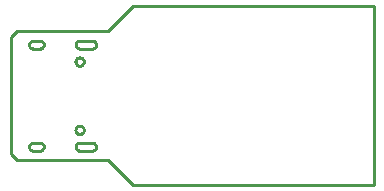
<source format=gbr>
G04 EAGLE Gerber RS-274X export*
G75*
%MOMM*%
%FSLAX34Y34*%
%LPD*%
%IN*%
%IPPOS*%
%AMOC8*
5,1,8,0,0,1.08239X$1,22.5*%
G01*
%ADD10C,0.254000*%


D10*
X0Y25000D02*
X5000Y20000D01*
X82500Y20000D01*
X103750Y-1250D01*
X307500Y-1250D01*
X307500Y150000D01*
X103750Y150000D01*
X82500Y128750D01*
X5000Y128750D01*
X0Y123750D01*
X0Y25000D01*
X15600Y31100D02*
X15612Y30817D01*
X15649Y30536D01*
X15711Y30259D01*
X15796Y29988D01*
X15905Y29727D01*
X16035Y29475D01*
X16188Y29236D01*
X16360Y29011D01*
X16552Y28802D01*
X16761Y28610D01*
X16986Y28438D01*
X17225Y28285D01*
X17477Y28155D01*
X17738Y28046D01*
X18009Y27961D01*
X18286Y27899D01*
X18567Y27862D01*
X18850Y27850D01*
X24850Y27850D01*
X25133Y27862D01*
X25414Y27899D01*
X25691Y27961D01*
X25962Y28046D01*
X26224Y28155D01*
X26475Y28285D01*
X26714Y28438D01*
X26939Y28610D01*
X27148Y28802D01*
X27340Y29011D01*
X27512Y29236D01*
X27665Y29475D01*
X27796Y29727D01*
X27904Y29988D01*
X27989Y30259D01*
X28051Y30536D01*
X28088Y30817D01*
X28100Y31100D01*
X28088Y31383D01*
X28051Y31664D01*
X27989Y31941D01*
X27904Y32212D01*
X27796Y32474D01*
X27665Y32725D01*
X27512Y32964D01*
X27340Y33189D01*
X27148Y33398D01*
X26939Y33590D01*
X26714Y33762D01*
X26475Y33915D01*
X26224Y34046D01*
X25962Y34154D01*
X25691Y34239D01*
X25414Y34301D01*
X25133Y34338D01*
X24850Y34350D01*
X18850Y34350D01*
X18567Y34338D01*
X18286Y34301D01*
X18009Y34239D01*
X17738Y34154D01*
X17477Y34046D01*
X17225Y33915D01*
X16986Y33762D01*
X16761Y33590D01*
X16552Y33398D01*
X16360Y33189D01*
X16188Y32964D01*
X16035Y32725D01*
X15905Y32474D01*
X15796Y32212D01*
X15711Y31941D01*
X15649Y31664D01*
X15612Y31383D01*
X15600Y31100D01*
X15600Y117500D02*
X15612Y117217D01*
X15649Y116936D01*
X15711Y116659D01*
X15796Y116388D01*
X15905Y116127D01*
X16035Y115875D01*
X16188Y115636D01*
X16360Y115411D01*
X16552Y115202D01*
X16761Y115010D01*
X16986Y114838D01*
X17225Y114685D01*
X17477Y114555D01*
X17738Y114446D01*
X18009Y114361D01*
X18286Y114299D01*
X18567Y114262D01*
X18850Y114250D01*
X24850Y114250D01*
X25133Y114262D01*
X25414Y114299D01*
X25691Y114361D01*
X25962Y114446D01*
X26224Y114555D01*
X26475Y114685D01*
X26714Y114838D01*
X26939Y115010D01*
X27148Y115202D01*
X27340Y115411D01*
X27512Y115636D01*
X27665Y115875D01*
X27796Y116127D01*
X27904Y116388D01*
X27989Y116659D01*
X28051Y116936D01*
X28088Y117217D01*
X28100Y117500D01*
X28088Y117783D01*
X28051Y118064D01*
X27989Y118341D01*
X27904Y118612D01*
X27796Y118874D01*
X27665Y119125D01*
X27512Y119364D01*
X27340Y119589D01*
X27148Y119798D01*
X26939Y119990D01*
X26714Y120162D01*
X26475Y120315D01*
X26224Y120446D01*
X25962Y120554D01*
X25691Y120639D01*
X25414Y120701D01*
X25133Y120738D01*
X24850Y120750D01*
X18850Y120750D01*
X18567Y120738D01*
X18286Y120701D01*
X18009Y120639D01*
X17738Y120554D01*
X17477Y120446D01*
X17225Y120315D01*
X16986Y120162D01*
X16761Y119990D01*
X16552Y119798D01*
X16360Y119589D01*
X16188Y119364D01*
X16035Y119125D01*
X15905Y118874D01*
X15796Y118612D01*
X15711Y118341D01*
X15649Y118064D01*
X15612Y117783D01*
X15600Y117500D01*
X54900Y31100D02*
X54912Y30817D01*
X54949Y30536D01*
X55011Y30259D01*
X55096Y29988D01*
X55205Y29727D01*
X55335Y29475D01*
X55488Y29236D01*
X55660Y29011D01*
X55852Y28802D01*
X56061Y28610D01*
X56286Y28438D01*
X56525Y28285D01*
X56777Y28155D01*
X57038Y28046D01*
X57309Y27961D01*
X57586Y27899D01*
X57867Y27862D01*
X58150Y27850D01*
X69150Y27850D01*
X69433Y27862D01*
X69714Y27899D01*
X69991Y27961D01*
X70262Y28046D01*
X70524Y28155D01*
X70775Y28285D01*
X71014Y28438D01*
X71239Y28610D01*
X71448Y28802D01*
X71640Y29011D01*
X71812Y29236D01*
X71965Y29475D01*
X72096Y29727D01*
X72204Y29988D01*
X72289Y30259D01*
X72351Y30536D01*
X72388Y30817D01*
X72400Y31100D01*
X72388Y31383D01*
X72351Y31664D01*
X72289Y31941D01*
X72204Y32212D01*
X72096Y32474D01*
X71965Y32725D01*
X71812Y32964D01*
X71640Y33189D01*
X71448Y33398D01*
X71239Y33590D01*
X71014Y33762D01*
X70775Y33915D01*
X70524Y34046D01*
X70262Y34154D01*
X69991Y34239D01*
X69714Y34301D01*
X69433Y34338D01*
X69150Y34350D01*
X58150Y34350D01*
X57867Y34338D01*
X57586Y34301D01*
X57309Y34239D01*
X57038Y34154D01*
X56777Y34046D01*
X56525Y33915D01*
X56286Y33762D01*
X56061Y33590D01*
X55852Y33398D01*
X55660Y33189D01*
X55488Y32964D01*
X55335Y32725D01*
X55205Y32474D01*
X55096Y32212D01*
X55011Y31941D01*
X54949Y31664D01*
X54912Y31383D01*
X54900Y31100D01*
X54900Y117500D02*
X54912Y117217D01*
X54949Y116936D01*
X55011Y116659D01*
X55096Y116388D01*
X55205Y116127D01*
X55335Y115875D01*
X55488Y115636D01*
X55660Y115411D01*
X55852Y115202D01*
X56061Y115010D01*
X56286Y114838D01*
X56525Y114685D01*
X56777Y114555D01*
X57038Y114446D01*
X57309Y114361D01*
X57586Y114299D01*
X57867Y114262D01*
X58150Y114250D01*
X69150Y114250D01*
X69433Y114262D01*
X69714Y114299D01*
X69991Y114361D01*
X70262Y114446D01*
X70524Y114555D01*
X70775Y114685D01*
X71014Y114838D01*
X71239Y115010D01*
X71448Y115202D01*
X71640Y115411D01*
X71812Y115636D01*
X71965Y115875D01*
X72096Y116127D01*
X72204Y116388D01*
X72289Y116659D01*
X72351Y116936D01*
X72388Y117217D01*
X72400Y117500D01*
X72388Y117783D01*
X72351Y118064D01*
X72289Y118341D01*
X72204Y118612D01*
X72096Y118874D01*
X71965Y119125D01*
X71812Y119364D01*
X71640Y119589D01*
X71448Y119798D01*
X71239Y119990D01*
X71014Y120162D01*
X70775Y120315D01*
X70524Y120446D01*
X70262Y120554D01*
X69991Y120639D01*
X69714Y120701D01*
X69433Y120738D01*
X69150Y120750D01*
X58150Y120750D01*
X57867Y120738D01*
X57586Y120701D01*
X57309Y120639D01*
X57038Y120554D01*
X56777Y120446D01*
X56525Y120315D01*
X56286Y120162D01*
X56061Y119990D01*
X55852Y119798D01*
X55660Y119589D01*
X55488Y119364D01*
X55335Y119125D01*
X55205Y118874D01*
X55096Y118612D01*
X55011Y118341D01*
X54949Y118064D01*
X54912Y117783D01*
X54900Y117500D01*
X58121Y99700D02*
X57666Y99760D01*
X57223Y99879D01*
X56799Y100054D01*
X56401Y100284D01*
X56037Y100563D01*
X55713Y100887D01*
X55434Y101251D01*
X55204Y101649D01*
X55029Y102073D01*
X54910Y102516D01*
X54850Y102971D01*
X54850Y103429D01*
X54910Y103884D01*
X55029Y104327D01*
X55204Y104751D01*
X55434Y105149D01*
X55713Y105513D01*
X56037Y105837D01*
X56401Y106116D01*
X56799Y106346D01*
X57223Y106521D01*
X57666Y106640D01*
X58121Y106700D01*
X58579Y106700D01*
X59034Y106640D01*
X59477Y106521D01*
X59901Y106346D01*
X60299Y106116D01*
X60663Y105837D01*
X60987Y105513D01*
X61266Y105149D01*
X61496Y104751D01*
X61671Y104327D01*
X61790Y103884D01*
X61850Y103429D01*
X61850Y102971D01*
X61790Y102516D01*
X61671Y102073D01*
X61496Y101649D01*
X61266Y101251D01*
X60987Y100887D01*
X60663Y100563D01*
X60299Y100284D01*
X59901Y100054D01*
X59477Y99879D01*
X59034Y99760D01*
X58579Y99700D01*
X58121Y99700D01*
X58121Y41900D02*
X57666Y41960D01*
X57223Y42079D01*
X56799Y42254D01*
X56401Y42484D01*
X56037Y42763D01*
X55713Y43087D01*
X55434Y43451D01*
X55204Y43849D01*
X55029Y44273D01*
X54910Y44716D01*
X54850Y45171D01*
X54850Y45629D01*
X54910Y46084D01*
X55029Y46527D01*
X55204Y46951D01*
X55434Y47349D01*
X55713Y47713D01*
X56037Y48037D01*
X56401Y48316D01*
X56799Y48546D01*
X57223Y48721D01*
X57666Y48840D01*
X58121Y48900D01*
X58579Y48900D01*
X59034Y48840D01*
X59477Y48721D01*
X59901Y48546D01*
X60299Y48316D01*
X60663Y48037D01*
X60987Y47713D01*
X61266Y47349D01*
X61496Y46951D01*
X61671Y46527D01*
X61790Y46084D01*
X61850Y45629D01*
X61850Y45171D01*
X61790Y44716D01*
X61671Y44273D01*
X61496Y43849D01*
X61266Y43451D01*
X60987Y43087D01*
X60663Y42763D01*
X60299Y42484D01*
X59901Y42254D01*
X59477Y42079D01*
X59034Y41960D01*
X58579Y41900D01*
X58121Y41900D01*
M02*

</source>
